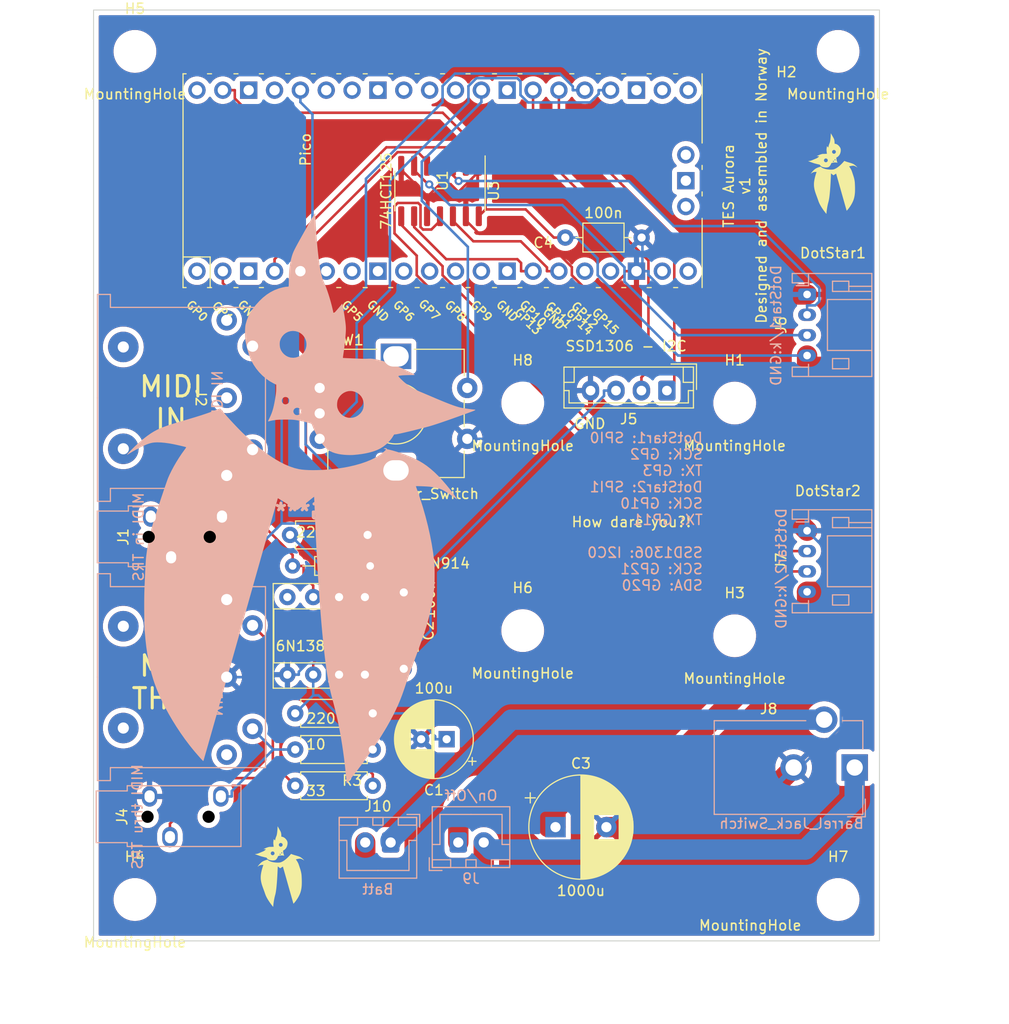
<source format=kicad_pcb>
(kicad_pcb (version 20211014) (generator pcbnew)
  (layers (0 "F.Cu" signal) (31 "B.Cu" signal) (34 "B.Paste" user) (35 "F.Paste" user) (36 "B.SilkS" user "B.Silkscreen") (37 "F.SilkS" user "F.Silkscreen") (38 "B.Mask" user) (39 "F.Mask" user) (44 "Edge.Cuts" user))
  (net 0 "")
  (net 1 "+3.3V")
  (net 2 "GND")
  (net 3 "+5V")
  (net 4 "Net-(D1-Pad1)")
  (net 5 "Net-(D1-Pad2)")
  (net 6 "Net-(J1-PadR)")
  (net 13 "Net-(J3-Pad4)")
  (net 14 "Net-(J3-Pad5)")
  (net 15 "Net-(U1-Pad26)")
  (net 16 "Net-(U1-Pad27)")
  (net 17 "Net-(J6-Pad2)")
  (net 18 "Net-(J6-Pad3)")
  (net 19 "Net-(J7-Pad2)")
  (net 20 "Net-(J7-Pad3)")
  (net 21 "Net-(J10-Pad2)")
  (net 22 "Net-(J10-Pad1)")
  (net 23 "Net-(U1-Pad2)")
  (net 24 "Net-(U1-Pad25)")
  (net 25 "Net-(U1-Pad24)")
  (net 26 "Net-(U1-Pad29)")
  (net 29 "Net-(U1-Pad4)")
  (net 30 "Net-(U1-Pad5)")
  (net 34 "Net-(U1-Pad15)")
  (net 35 "Net-(U1-Pad14)")
  (footprint "Resistor_THT:R_Axial_DIN0207_L6.3mm_D2.5mm_P7.62mm_Horizontal" (layer "F.Cu") (at 109.22 89.662)
    (fp_text reference "R2")
    (fp_text value "220")
  )
  (footprint "Resistor_THT:R_Axial_DIN0207_L6.3mm_D2.5mm_P7.62mm_Horizontal" (layer "F.Cu") (at 109.728 107.188)
    (fp_text reference "R1")
    (fp_text value "220")
  )
  (footprint "Capacitor_THT:C_Axial_L3.8mm_D2.6mm_P7.50mm_Horizontal" (layer "F.Cu") (at 120.396 95.31 -90)
    (fp_text reference "C2")
    (fp_text value "100n")
  )
  (footprint "Capacitor_THT:C_Axial_L3.8mm_D2.6mm_P7.50mm_Horizontal" (layer "F.Cu") (at 143.764 60.452 180)
    (fp_text reference "C4")
    (fp_text value "100n")
  )
  (footprint "Diode_THT:D_DO-34_SOD68_P7.62mm_Horizontal" (layer "F.Cu") (at 117.094 92.71 180)
    (fp_text reference "D1")
    (fp_text value "1N914")
  )
  (footprint "Resistor_THT:R_Axial_DIN0207_L6.3mm_D2.5mm_P7.62mm_Horizontal" (layer "F.Cu") (at 117.348 110.744 180)
    (fp_text reference "R4")
    (fp_text value "10")
  )
  (footprint "Resistor_THT:R_Axial_DIN0207_L6.3mm_D2.5mm_P7.62mm_Horizontal" (layer "F.Cu") (at 109.728 114.3)
    (fp_text reference "R3")
    (fp_text value "33")
  )
  (footprint "MountingHole:MountingHole_3.2mm_M3" (layer "F.Cu") (at 152.908 99.568)
    (fp_text reference "H3")
    (fp_text value "MountingHole")
  )
  (footprint "Package_DIP:DIP-8_W7.62mm_Socket" (layer "F.Cu") (at 116.576 95.768 -90)
    (fp_text reference "U2")
    (fp_text value "6N138")
  )
  (footprint "MountingHole:MountingHole_3.2mm_M3" (layer "F.Cu") (at 132.08 76.708)
    (fp_text reference "H8")
    (fp_text value "MountingHole")
  )
  (footprint "MountingHole:MountingHole_3.2mm_M3" (layer "F.Cu") (at 132.08 99.06)
    (fp_text reference "H6")
    (fp_text value "MountingHole")
  )
  (footprint "Rotary_Encoder:RotaryEncoder_Alps_EC12E-Switch_Vertical_H20mm" (layer "F.Cu") (at 112.13 75.224)
    (fp_text reference "SW1")
    (fp_text value "RotaryEncoder_Switch")
  )
  (footprint "MountingHole:MountingHole_3.2mm_M3" (layer "F.Cu") (at 163.068 125.476)
    (fp_text reference "H7")
    (fp_text value "MountingHole")
  )
  (footprint "MountingHole:MountingHole_3.2mm_M3" (layer "F.Cu") (at 163.068 42.164)
    (fp_text reference "H2")
    (fp_text value "MountingHole")
  )
  (footprint "Capacitor_THT:CP_Radial_D10.0mm_P5.00mm" (layer "F.Cu") (at 135.3003 118.364)
    (fp_text reference "C3")
    (fp_text value "1000u")
  )
  (footprint "kicad_TES_logo:owl_7x10" (layer "F.Cu") (at 108.204 122.428)
    (fp_text reference "G450" hide)
    (fp_text value "LOGO" hide)
  )
  (footprint "Capacitor_THT:CP_Radial_D7.5mm_P2.50mm" (layer "F.Cu") (at 124.6054 109.728 180)
    (fp_text reference "C1")
    (fp_text value "100u")
  )
  (footprint "MountingHole:MountingHole_3.2mm_M3" (layer "F.Cu") (at 152.908 76.708)
    (fp_text reference "H1")
    (fp_text value "MountingHole")
  )
  (footprint "Connector_JST:JST_EH_B4B-EH-A_1x04_P2.50mm_Vertical" (layer "F.Cu") (at 146.244 75.484 180)
    (fp_text reference "J5")
    (fp_text value "SSD1306 - I2C")
  )
  (footprint "kicad_TES_logo:owl_7x10" (layer "F.Cu") (at 162.56 54.356)
    (fp_text reference "G2200" hide)
    (fp_text value "LOGO" hide)
  )
  (footprint "MountingHole:MountingHole_3.2mm_M3" (layer "F.Cu") (at 93.98 125.476)
    (fp_text reference "H4")
    (fp_text value "MountingHole")
  )
  (footprint "MountingHole:MountingHole_3.2mm_M3" (layer "F.Cu") (at 93.98 42.164)
    (fp_text reference "H5")
    (fp_text value "MountingHole")
  )
  (footprint "Package_SO:SOIC-14_3.9x8.7mm_P1.27mm" (layer "F.Cu") (at 123.952 55.88 -90)
    (fp_text reference "U3")
    (fp_text value "74HCT125")
  )
  (footprint "MCU_RaspberryPi_and_Boards:RPi_Pico_TH" (layer "F.Cu") (at 124.206 54.864 90)
    (fp_text reference "U1")
    (fp_text value "Pico")
  )
  (footprint "Connector_JST:JST_PH_S4B-PH-K_1x04_P2.00mm_Horizontal" (layer "B.Cu") (at 160.02 66.04 -90)
    (fp_text reference "J6")
    (fp_text value "DotStar1/k:GND")
  )
  (footprint "Connector_JST:JST_PH_S4B-PH-K_1x04_P2.00mm_Horizontal" (layer "B.Cu") (at 160.02 89.25 -90)
    (fp_text reference "J7")
    (fp_text value "DotStar2/k:GND")
  )
  (footprint "MIDI_DIN5:DS-5 MIDI_Wide" (layer "B.Cu") (at 102.997 76.2 90)
    (fp_text reference "J2")
    (fp_text value "MIDI IN")
  )
  (footprint "kicad_TES_logo:owl_50x70" (layer "B.Cu") (at 110.236 87.376 180)
    (fp_text reference "G***")
    (fp_text value "LOGO" hide)
  )
  (footprint "MIDI_DIN5:DS-5 MIDI_Wide" (layer "B.Cu") (at 102.997 103.632 90)
    (fp_text reference "J3")
    (fp_text value "MIDI THRU")
  )
  (footprint "MIDI_TRS:PJ-320B" (layer "B.Cu") (at 93.22 117.348 -90)
    (fp_text reference "J4")
    (fp_text value "MIDI thru TRS")
  )
  (footprint "Connector_JST:JST_XH_B2B-XH-A_1x02_P2.50mm_Vertical" (layer "B.Cu") (at 125.75 119.871)
    (fp_text reference "J9")
    (fp_text value "On/Off")
  )
  (footprint "Connector_BarrelJack:BarrelJack_CUI_PJ-102AH_Horizontal" (layer "B.Cu") (at 164.696 112.51 90)
    (fp_text reference "J8")
    (fp_text value "Barrel_Jack_Switch")
  )
  (footprint "MIDI_TRS:PJ-320B" (layer "B.Cu") (at 93.333 89.8585 -90)
    (fp_text reference "J1")
    (fp_text value "MIDI in TRS")
  )
  (footprint "Connector_JST:JST_XH_B2B-XH-A_1x02_P2.50mm_Vertical" (layer "B.Cu") (at 119.106 119.871 180)
    (fp_text reference "J10")
    (fp_text value "Batt")
  )
  (gr_rect (start 89.916 38.1) (end 167.132 129.54) (layer "Edge.Cuts") (width 0.1) (fill none))
  (gr_text "DotStar1: SPI0\nSCK: GP2\nTX: GP3\nDotStar2: SPI1\nSCK: GP10\nTX: GP11\n\nSSD1306: I2C0\nSCK: GP21\nSDA: GP20\n" (at 149.86 87.376) (layer "B.SilkS") (effects (font (size 1 1)) (justify left mirror)))
  (gr_text "How dare you?!" (at 142.748 88.392) (layer "F.SilkS") (effects (font (size 1 1))))
  (gr_text "TES Aurora\nv1\nDesigned and assembled in Norway" (at 153.924 55.372 90) (layer "F.SilkS") (effects (font (size 1 1))))
  (gr_text "MIDI\nTHRU" (at 97.536 104.14) (layer "F.SilkS") (effects (font (size 2 2) (thickness 0.3))))
  (gr_text "MIDI\nIN" (at 97.536 76.708) (layer "F.SilkS") (effects (font (size 2 2) (thickness 0.3))))
  (gr_text "GND" (at 138.684 78.74) (layer "F.SilkS") (effects (font (size 1 1))))
  (gr_text "DotStar2" (at 162.052 85.344) (layer "F.SilkS") (effects (font (size 1 1))))
  (gr_text "DotStar1" (at 162.56 61.976) (layer "F.SilkS") (effects (font (size 1 1))))
  (segment (start 117.348 107.188) (end 117.348 108.3133) (width 0.25) (layer "F.Cu") (net 1))
  (segment (start 116.2227 109.4386) (end 117.348 108.3133) (width 0.25) (layer "F.Cu") (net 1))
  (segment (start 117.348 114.3) (end 117.348 113.1747) (width 0.25) (layer "F.Cu") (net 1))
  (segment (start 117.348 113.1747) (end 116.2227 112.0494) (width 0.25) (layer "F.Cu") (net 1))
  (segment (start 116.2227 112.0494) (end 116.2227 109.4386) (width 0.25) (layer "F.Cu") (net 1))
  (segment (start 123.0184 99.0623) (end 120.396 101.6847) (width 0.25) (layer "B.Cu") (net 1))
  (segment (start 110.7453 80.7754) (end 123.0184 93.0485) (width 0.25) (layer "B.Cu") (net 1))
  (segment (start 140.0687 75.9982) (end 140.0687 75.484) (width 0.25) (layer "B.Cu") (net 1))
  (segment (start 123.4801 109.728) (end 123.4801 109.4467) (width 0.25) (layer "B.Cu") (net 1))
  (segment (start 123.4801 109.4467) (end 121.2214 107.188) (width 0.25) (layer "B.Cu") (net 1))
  (segment (start 117.7013 103.388) (end 118.2793 102.81) (width 0.25) (layer "B.Cu") (net 1))
  (segment (start 110.236 45.974) (end 110.236 47.1493) (width 0.25) (layer "B.Cu") (net 1))
  (segment (start 141.244 75.484) (end 140.0687 75.484) (width 0.25) (layer "B.Cu") (net 1))
  (segment (start 116.576 103.388) (end 116.8072 103.388) (width 0.25) (layer "B.Cu") (net 1))
  (segment (start 123.0184 93.0485) (end 140.0687 75.9982) (width 0.25) (layer "B.Cu") (net 1))
  (segment (start 123.0184 93.0485) (end 123.0184 99.0623) (width 0.25) (layer "B.Cu") (net 1))
  (segment (start 124.6054 109.728) (end 123.4801 109.728) (width 0.25) (layer "B.Cu") (net 1))
  (segment (start 120.396 102.81) (end 120.396 101.6847) (width 0.25) (layer "B.Cu") (net 1))
  (segment (start 116.8072 103.388) (end 117.7013 103.388) (width 0.25) (layer "B.Cu") (net 1))
  (segment (start 116.8072 105.5219) (end 117.348 106.0627) (width 0.25) (layer "B.Cu") (net 1))
  (segment (start 117.348 107.188) (end 117.348 106.0627) (width 0.25) (layer "B.Cu") (net 1))
  (segment (start 121.2214 107.188) (end 117.348 107.188) (width 0.25) (layer "B.Cu") (net 1))
  (segment (start 111.4204 48.3337) (end 111.4204 68.7481) (width 0.25) (layer "B.Cu") (net 1))
  (segment (start 116.8072 103.388) (end 116.8072 105.5219) (width 0.25) (layer "B.Cu") (net 1))
  (segment (start 110.236 47.1493) (end 111.4204 48.3337) (width 0.25) (layer "B.Cu") (net 1))
  (segment (start 118.2793 102.81) (end 120.396 102.81) (width 0.25) (layer "B.Cu") (net 1))
  (segment (start 111.4204 68.7481) (end 110.7453 69.4232) (width 0.25) (layer "B.Cu") (net 1))
  (segment (start 110.7453 69.4232) (end 110.7453 80.7754) (width 0.25) (layer "B.Cu") (net 1))
  (segment (start 126.492 58.355) (end 126.492 56.6967) (width 0.25) (layer "F.Cu") (net 2))
  (segment (start 126.492 56.6967) (end 125.7663 55.971) (width 0.25) (layer "F.Cu") (net 2))
  (segment (start 138.744 75.484) (end 138.744 67.4456) (width 0.25) (layer "F.Cu") (net 2))
  (segment (start 122.5772 56.2337) (end 122.682 56.2337) (width 0.25) (layer "F.Cu") (net 2))
  (segment (start 127.762 53.9753) (end 127.762 53.405) (width 0.25) (layer "F.Cu") (net 2))
  (segment (start 138.744 67.4456) (end 139.4722 66.7174) (width 0.25) (layer "F.Cu") (net 2))
  (segment (start 136.906 64.1512) (end 136.906 63.3545) (width 0.25) (layer "F.Cu") (net 2))
  (segment (start 125.7663 55.971) (end 124.992 55.1967) (width 0.25) (layer "F.Cu") (net 2))
  (segment (start 120.396 86.458) (end 126.63 80.224) (width 0.25) (layer "F.Cu") (net 2))
  (segment (start 124.992 55.1967) (end 123.952 55.1967) (width 0.25) (layer "F.Cu") (net 2))
  (segment (start 142.0807 63.754) (end 142.0807 64.1089) (width 0.25) (layer "F.Cu") (net 2))
  (segment (start 122.915 56.2337) (end 123.952 55.1967) (width 0.25) (layer "F.Cu") (net 2))
  (segment (start 133.6412 60.0897) (end 127.8177 60.0897) (width 0.25) (layer "F.Cu") (net 2))
  (segment (start 122.682 56.2337) (end 122.682 58.355) (width 0.25) (layer "F.Cu") (net 2))
  (segment (start 117.486 83.08) (end 112.13 77.724) (width 0.25) (layer "F.Cu") (net 2))
  (segment (start 160.02 66.04) (end 157.48 66.04) (width 2) (layer "F.Cu") (net 2))
  (segment (start 136.906 63.3545) (end 133.6412 60.0897) (width 0.25) (layer "F.Cu") (net 2))
  (segment (start 119.5396 86.458) (end 117.486 84.4044) (width 0.25) (layer "F.Cu") (net 2))
  (segment (start 120.142 53.7985) (end 122.5772 56.2337) (width 0.25) (layer "F.Cu") (net 2))
  (segment (start 152.842 118.364) (end 158.696 112.51) (width 2) (layer "F.Cu") (net 2))
  (segment (start 123.952 55.1967) (end 123.952 53.405) (width 0.25) (layer "F.Cu") (net 2))
  (segment (start 139.4722 66.7174) (end 136.906 64.1512) (width 0.25) (layer "F.Cu") (net 2))
  (segment (start 127.8177 60.0897) (end 126.492 58.764) (width 0.25) (layer "F.Cu") (net 2))
  (segment (start 140.3003 118.364) (end 152.842 118.364) (width 2) (layer "F.Cu") (net 2))
  (segment (start 122.682 56.2337) (end 122.915 56.2337) (width 0.25) (layer "F.Cu") (net 2))
  (segment (start 140.3 118.364) (end 140.3003 118.364) (width 2) (layer "F.Cu") (net 2))
  (segment (start 157.48 66.04) (end 156.972 66.548) (width 2) (layer "F.Cu") (net 2))
  (segment (start 143.256 63.754) (end 142.0807 63.754) (width 0.25) (layer "F.Cu") (net 2))
  (segment (start 102.997 103.632) (end 95.42 111.209) (width 0.25) (layer "F.Cu") (net 2))
  (segment (start 120.396 86.458) (end 119.5396 86.458) (width 0.25) (layer "F.Cu") (net 2))
  (segment (start 126.492 58.764) (end 126.492 58.355) (width 0.25) (layer "F.Cu") (net 2))
  (segment (start 156.972 86.202) (end 160.02 89.25) (width 2) (layer "F.Cu") (net 2))
  (segment (start 156.972 66.548) (end 156.972 86.202) (width 2) (layer "F.Cu") (net 2))
  (segment (start 120.142 53.405) (end 120.142 53.7985) (width 0.25) (layer "F.Cu") (net 2))
  (segment (start 125.7663 55.971) (end 127.762 53.9753) (width 0.25) (layer "F.Cu") (net 2))
  (segment (start 117.486 84.4044) (end 117.486 83.08) (width 0.25) (layer "F.Cu") (net 2))
  (segment (start 142.0807 64.1089) (end 139.4722 66.7174) (width 0.25) (layer "F.Cu") (net 2))
  (segment (start 95.42 111.209) (end 95.42 115.348) (width 0.25) (layer "F.Cu") (net 2))
  (segment (start 120.396 86.458) (end 120.396 95.31) (width 0.25) (layer "F.Cu") (net 2))
  (segment (start 159.3427 112.51) (end 163.3418 108.5109) (width 0.25) (layer "B.Cu") (net 2))
  (segment (start 137.5687 75.484) (end 132.8287 80.224) (width 0.25) (layer "B.Cu") (net 2))
  (segment (start 138.744 75.484) (end 137.5687 75.484) (width 0.25) (layer "B.Cu") (net 2))
  (segment (start 160.02 66.04) (end 146.35 66.04) (width 0.25) (layer "B.Cu") (net 2))
  (segment (start 118.1952 109.728) (end 122.1054 109.728) (width 0.25) (layer "B.Cu") (net 2))
  (segment (start 112.8507 102.2627) (end 112.8507 104.3835) (width 0.25) (layer "B.Cu") (net 2))
  (segment (start 132.8287 80.224) (end 126.63 80.224) (width 0.25) (layer "B.Cu") (net 2))
  (segment (start 113.4433 102.2627) (end 112.8507 102.2627) (width 0.25) (layer "B.Cu") (net 2))
  (segment (start 102.997 103.632) (end 107.5867 103.632) (width 0.25) (layer "B.Cu") (net 2))
  (segment (start 108.956 103.388) (end 107.8307 103.388) (width 0.25) (layer "B.Cu") (net 2))
  (segment (start 120.396 95.31) (end 113.4433 102.2627) (width 0.25) (layer "B.Cu") (net 2))
  (segment (start 146.35 66.04) (end 144.4313 64.1213) (width 0.25) (layer "B.Cu") (net 2))
  (segment (start 163.3418 92.5718) (end 160.02 89.25) (width 0.25) (layer "B.Cu") (net 2))
  (segment (start 110.9252 102.2627) (end 110.0813 103.1066) (width 0.25) (layer "B.Cu") (net 2))
  (segment (start 112.8507 104.3835) (end 118.1952 109.728) (width 0.25) (layer "B.Cu") (net 2))
  (segment (start 107.5867 103.632) (end 107.8307 103.388) (width 0.25) (layer "B.Cu") (net 2))
  (segment (start 143.8437 63.754) (end 144.4313 63.754) (width 0.25) (layer "B.Cu") (net 2))
  (segment (start 163.3418 108.5109) (end 163.3418 92.5718) (width 0.25) (layer "B.Cu") (net 2))
  (segment (start 108.956 103.388) (end 110.0813 103.388) (width 0.25) (layer "B.Cu") (net 2))
  (segment (start 143.8437 63.754) (end 143.8437 60.5317) (width 0.25) (layer "B.Cu") (net 2))
  (segment (start 143.256 63.754) (end 143.8437 63.754) (width 0.25) (layer "B.Cu") (net 2))
  (segment (start 110.0813 103.1066) (end 110.0813 103.388) (width 0.25) (layer "B.Cu") (net 2))
  (segment (start 112.8507 102.2627) (end 110.9252 102.2627) (width 0.25) (layer "B.Cu") (net 2))
  (segment (start 143.8437 60.5317) (end 143.764 60.452) (width 0.25) (layer "B.Cu") (net 2))
  (segment (start 158.696 112.51) (end 159.3427 112.51) (width 0.25) (layer "B.Cu") (net 2))
  (segment (start 144.4313 64.1213) (end 144.4313 63.754) (width 0.25) (layer "B.Cu") (net 2))
  (segment (start 164.084 73.152) (end 164.592 73.66) (width 2) (layer "F.Cu") (net 3))
  (segment (start 128.4299 52.3993) (end 128.4299 57.6871) (width 0.25) (layer "F.Cu") (net 3))
  (segment (start 160.02 72.04) (end 160.02 73.152) (width 2) (layer "F.Cu") (net 3))
  (segment (start 139.192 112.776) (end 135.3 116.668) (width 2) (layer "F.Cu") (net 3))
  (segment (start 128.4299 57.6871) (end 127.762 58.355) (width 0.25) (layer "F.Cu") (net 3))
  (segment (start 162.814 95.25) (end 160.02 95.25) (width 2) (layer "F.Cu") (net 3))
  (segment (start 102.616 45.974) (end 103.7913 45.974) (width 0.25) (layer "F.Cu") (net 3))
  (segment (start 105.2006 48.1914) (end 124.222 48.1914) (width 0.25) (layer "F.Cu") (net 3))
  (segment (start 131.064 114.808) (end 127.508 114.808) (width 2) (layer "F.Cu") (net 3))
  (segment (start 160.02 73.152) (end 164.084 73.152) (width 2) (layer "F.Cu") (net 3))
  (segment (start 160.02 95.25) (end 160.02 98.552) (width 2) (layer "F.Cu") (net 3))
  (segment (start 135.1387 60.452) (end 132.3738 57.6871) (width 0.25) (layer "F.Cu") (net 3))
  (segment (start 134.62 118.364) (end 131.064 114.808) (width 2) (layer "F.Cu") (net 3))
  (segment (start 160.02 98.552) (end 145.796 112.776) (width 2) (layer "F.Cu") (net 3))
  (segment (start 164.592 73.66) (end 164.592 93.472) (width 2) (layer "F.Cu") (net 3))
  (segment (start 135.3 117.516) (end 135.3003 117.5163) (width 0.25) (layer "F.Cu") (net 3))
  (segment (start 135.3003 117.5163) (end 135.3003 118.364) (width 0.25) (layer "F.Cu") (net 3))
  (segment (start 135.3 116.668) (end 135.3 117.516) (width 2) (layer "F.Cu") (net 3))
  (segment (start 135.3 117.516) (end 135.3 118.364) (width 2) (layer "F.Cu") (net 3))
  (segment (start 145.796 112.776) (end 139.192 112.776) (width 2) (layer "F.Cu") (net 3))
  (segment (start 135.3 118.364) (end 134.62 118.364) (width 2) (layer "F.Cu") (net 3))
  (segment (start 136.264 60.452) (end 135.1387 60.452) (width 0.25) (layer "F.Cu") (net 3))
  (segment (start 125.75 116.566) (end 125.75 119.871) (width 2) (layer "F.Cu") (net 3))
  (segment (start 103.7913 46.7821) (end 105.2006 48.1914) (width 0.25) (layer "F.Cu") (net 3))
  (segment (start 124.222 48.1914) (end 128.4299 52.3993) (width 0.25) (layer "F.Cu") (net 3))
  (segment (start 164.592 93.472) (end 162.814 95.25) (width 2) (layer "F.Cu") (net 3))
  (segment (start 103.7913 45.974) (end 103.7913 46.7821) (width 0.25) (layer "F.Cu") (net 3))
  (segment (start 132.3738 57.6871) (end 128.4299 57.6871) (width 0.25) (layer "F.Cu") (net 3))
  (segment (start 127.508 114.808) (end 125.75 116.566) (width 2) (layer "F.Cu") (net 3))
  (segment (start 136.264 60.452) (end 137.3893 60.452) (width 0.25) (layer "B.Cu") (net 3))
  (segment (start 147.3378 72.04) (end 139.446 64.1482) (width 0.25) (layer "B.Cu") (net 3))
  (segment (start 139.446 64.1482) (end 139.446 62.5087) (width 0.25) (layer "B.Cu") (net 3))
  (segment (start 139.446 62.5087) (end 137.3893 60.452) (width 0.25) (layer "B.Cu") (net 3))
  (segment (start 160.02 72.04) (end 147.3378 72.04) (width 0.25) (layer "B.Cu") (net 3))
  (segment (start 117.094 92.71) (end 116.5564 92.71) (width 0.25) (layer "B.Cu") (net 4))
  (segment (start 112.268 92.71) (end 109.22 89.662) (width 0.25) (layer "B.Cu") (net 4))
  (segment (start 114.036 92.71) (end 112.268 92.71) (width 0.25) (layer "B.Cu") (net 4))
  (segment (start 114.036 95.768) (end 114.036 94.6427) (width 0.25) (layer "B.Cu") (net 4))
  (segment (start 116.5564 92.71) (end 114.036 92.71) (width 0.25) (layer "B.Cu") (net 4))
  (segment (start 114.036 94.6427) (end 114.036 92.71) (width 0.25) (layer "B.Cu") (net 4))
  (segment (start 110.5493 93.696) (end 110.5493 92.71) (width 0.25) (layer "F.Cu") (net 5))
  (segment (start 102.533 87.8585) (end 103.6083 87.8585) (width 0.25) (layer "F.Cu") (net 5))
  (segment (start 103.6083 87.8585) (end 104.0727 87.3941) (width 0.25) (layer "F.Cu") (net 5))
  (segment (start 109.474 92.71) (end 109.474 91.6347) (width 0.25) (layer "F.Cu") (net 5))
  (segment (start 105.537 81.28) (end 105.537 87.0905) (width 0.25) (layer "F.Cu") (net 5))
  (segment (start 105.537 87.0905) (end 105.2334 87.3941) (width 0.25) (layer "F.Cu") (net 5))
  (segment (start 105.2334 87.3941) (end 109.474 91.6347) (width 0.25) (layer "F.Cu") (net 5))
  (segment (start 104.0727 87.3941) (end 105.2334 87.3941) (width 0.25) (layer "F.Cu") (net 5))
  (segment (start 111.496 95.768) (end 111.496 94.6427) (width 0.25) (layer "F.Cu") (net 5))
  (segment (start 109.474 92.71) (end 110.5493 92.71) (width 0.25) (layer "F.Cu") (net 5))
  (segment (start 111.496 94.6427) (end 110.5493 93.696) (width 0.25) (layer "F.Cu") (net 5))
  (segment (start 105.537 71.12) (end 108.3989 73.9819) (width 0.25) (layer "B.Cu") (net 6))
  (segment (start 114.5894 88.5367) (end 115.7147 89.662) (width 0.25) (layer "B.Cu") (net 6))
  (segment (start 116.84 89.662) (end 115.7147 89.662) (width 0.25) (layer "B.Cu") (net 6))
  (segment (start 97.533 91.8585) (end 105.0771 91.8585) (width 0.25) (layer "B.Cu") (net 6))
  (segment (start 108.3989 73.9819) (end 108.3989 88.5367) (width 0.25) (layer "B.Cu") (net 6))
  (segment (start 105.0771 91.8585) (end 108.3989 88.5367) (width 0.25) (layer "B.Cu") (net 6))
  (segment (start 108.3989 88.5367) (end 114.5894 88.5367) (width 0.25) (layer "B.Cu") (net 6))
  (segment (start 105.537 98.552) (end 107.5273 100.5423) (width 0.25) (layer "F.Cu") (net 13))
  (segment (start 107.5273 112.0993) (end 109.728 114.3) (width 0.25) (layer "F.Cu") (net 13))
  (segment (start 101.8938 113.5489) (end 106.0777 113.5489) (width 0.25) (layer "F.Cu") (net 13))
  (segment (start 106.0777 113.5489) (end 107.5273 112.0993) (width 0.25) (layer "F.Cu") (net 13))
  (segment (start 97.42 119.348) (end 97.42 118.0227) (width 0.25) (layer "F.Cu") (net 13))
  (segment (start 97.42 118.0227) (end 101.8938 113.5489) (width 0.25) (layer "F.Cu") (net 13))
  (segment (start 107.5273 100.5423) (end 107.5273 112.0993) (width 0.25) (layer "F.Cu") (net 13))
  (segment (start 109.728 110.744) (end 108.6027 110.744) (width 0.25) (layer "B.Cu") (net 14))
  (segment (start 107.569 110.744) (end 108.6027 110.744) (width 0.25) (layer "B.Cu") (net 14))
  (segment (start 103.4953 115.348) (end 103.4953 114.8177) (width 0.25) (layer "B.Cu") (net 14))
  (segment (start 103.4953 114.8177) (end 107.569 110.744) (width 0.25) (layer "B.Cu") (net 14))
  (segment (start 102.42 115.348) (end 103.4953 115.348) (width 0.25) (layer "B.Cu") (net 14))
  (segment (start 105.537 108.712) (end 107.569 110.744) (width 0.25) (layer "B.Cu") (net 14))
  (segment (start 146.9728 60.3893) (end 135.636 49.0525) (width 0.25) (layer "F.Cu") (net 15))
  (segment (start 146.9728 74.7552) (end 146.9728 60.3893) (width 0.25) (layer "F.Cu") (net 15))
  (segment (start 146.244 75.484) (end 146.9728 74.7552) (width 0.25) (layer "F.Cu") (net 15))
  (segment (start 135.636 49.0525) (end 135.636 45.974) (width 0.25) (layer "F.Cu") (net 15))
  (segment (start 133.096 45.974) (end 133.096 51.3754) (width 0.25) (layer "F.Cu") (net 16))
  (segment (start 133.096 51.3754) (end 144.4313 62.7107) (width 0.25) (layer "F.Cu") (net 16))
  (segment (start 143.744 75.484) (end 143.744 74.1837) (width 0.25) (layer "F.Cu") (net 16))
  (segment (start 144.4313 73.4964) (end 143.744 74.1837) (width 0.25) (layer "F.Cu") (net 16))
  (segment (start 144.4313 62.7107) (end 144.4313 73.4964) (width 0.25) (layer "F.Cu") (net 16))
  (segment (start 125.7836 54.8957) (end 125.222 54.3341) (width 0.25) (layer "F.Cu") (net 17))
  (segment (start 125.222 54.3341) (end 125.222 53.405) (width 0.25) (layer "F.Cu") (net 17))
  (via (at 125.7836 54.8957) (size 0.8) (drill 0.4) (layers "F.Cu" "B.Cu") (net 17))
  (segment (start 146.9306 59.3266) (end 142.4997 54.8957) (width 0.25) (layer "B.Cu") (net 17))
  (segment (start 160.02 67.1147) (end 160.8296 67.1147) (width 0.25) (layer "B.Cu") (net 17))
  (segment (start 160.02 68.04) (end 160.02 67.1147) (width 0.25) (layer "B.Cu") (net 17))
  (segment (start 160.8296 67.1147) (end 161.224 66.7203) (width 0.25) (layer "B.Cu") (net 17))
  (segment (start 155.149 59.3266) (end 146.9306 59.3266) (width 0.25) (layer "B.Cu") (net 17))
  (segment (start 161.224 66.7203) (end 161.224 65.4016) (width 0.25) (layer "B.Cu") (net 17))
  (segment (start 161.224 65.4016) (end 155.149 59.3266) (width 0.25) (layer "B.Cu") (net 17))
  (segment (start 142.4997 54.8957) (end 125.7836 54.8957) (width 0.25) (layer "B.Cu") (net 17))
  (segment (start 122.8947 55.2282) (end 122.7958 55.2282) (width 0.25) (layer "F.Cu") (net 18))
  (segment (start 122.7958 55.2282) (end 121.412 53.8444) (width 0.25) (layer "F.Cu") (net 18))
  (segment (start 121.412 53.8444) (end 121.412 53.405) (width 0.25) (layer "F.Cu") (net 18))
  (via (at 122.8947 55.2282) (size 0.8) (drill 0.4) (layers "F.Cu" "B.Cu") (net 18))
  (segment (start 147.3446 70.04) (end 142.0806 64.776) (width 0.25) (layer "B.Cu") (net 18))
  (segment (start 160.02 70.04) (end 147.3446 70.04) (width 0.25) (layer "B.Cu") (net 18))
  (segment (start 142.0806 63.3688) (end 135.9698 57.258) (width 0.25) (layer "B.Cu") (net 18))
  (segment (start 142.0806 64.776) (end 142.0806 63.3688) (width 0.25) (layer "B.Cu") (net 18))
  (segment (start 124.9245 57.258) (end 122.8947 55.2282) (width 0.25) (layer "B.Cu") (net 18))
  (segment (start 135.9698 57.258) (end 124.9245 57.258) (width 0.25) (layer "B.Cu") (net 18))
  (segment (start 151.3061 91.25) (end 124.206 64.1499) (width 0.25) (layer "F.Cu") (net 19))
  (segment (start 120.142 59.2002) (end 120.142 58.355) (width 0.25) (layer "F.Cu") (net 19))
  (segment (start 160.02 91.25) (end 151.3061 91.25) (width 0.25) (layer "F.Cu") (net 19))
  (segment (start 124.206 64.1499) (end 124.206 63.2642) (width 0.25) (layer "F.Cu") (net 19))
  (segment (start 124.206 63.2642) (end 120.142 59.2002) (width 0.25) (layer "F.Cu") (net 19))
  (segment (start 121.8127 57.054) (end 122.0379 57.2792) (width 0.25) (layer "F.Cu") (net 20))
  (segment (start 124.5177 66.2735) (end 123.7907 66.2735) (width 0.25) (layer "F.Cu") (net 20))
  (segment (start 122.2885 59.6641) (end 123.1007 59.6641) (width 0.25) (layer "F.Cu") (net 20))
  (segment (start 122.0379 57.2792) (end 122.0379 59.4135) (width 0.25) (layer "F.Cu") (net 20))
  (segment (start 119.485 60.0478) (end 119.485 57.3637) (width 0.25) (layer "F.Cu") (net 20))
  (segment (start 122.0379 59.4135) (end 122.2885 59.6641) (width 0.25) (layer "F.Cu") (net 20))
  (segment (start 121.666 64.1488) (end 121.666 62.2288) (width 0.25) (layer "F.Cu") (net 20))
  (segment (start 123.1007 59.6641) (end 123.952 58.8128) (width 0.25) (layer "F.Cu") (net 20))
  (segment (start 119.485 57.3637) (end 119.7947 57.054) (width 0.25) (layer "F.Cu") (net 20))
  (segment (start 123.952 58.8128) (end 123.952 58.355) (width 0.25) (layer "F.Cu") (net 20))
  (segment (start 119.7947 57.054) (end 121.8127 57.054) (width 0.25) (layer "F.Cu") (net 20))
  (segment (start 160.02 93.25) (end 151.4942 93.25) (width 0.25) (layer "F.Cu") (net 20))
  (segment (start 121.666 62.2288) (end 119.485 60.0478) (width 0.25) (layer "F.Cu") (net 20))
  (segment (start 151.4942 93.25) (end 124.5177 66.2735) (width 0.25) (layer "F.Cu") (net 20))
  (segment (start 123.7907 66.2735) (end 121.666 64.1488) (width 0.25) (layer "F.Cu") (net 20))
  (segment (start 116.606 125.71) (end 125.75 125.71) (width 2) (layer "F.Cu") (net 21))
  (segment (start 116.606 119.871) (end 116.606 125.71) (width 2) (layer "F.Cu") (net 21))
  (segment (start 128.25 123.21) (end 128.25 119.871) (width 2) (layer "F.Cu") (net 21))
  (segment (start 125.75 125.71) (end 128.25 123.21) (width 2) (layer "F.Cu") (net 21))
  (segment (start 164.696 115.72) (end 164.696 112.51) (width 2) (layer "B.Cu") (net 21))
  (segment (start 159.852 120.564) (end 164.696 115.72) (width 2) (layer "B.Cu") (net 21))
  (segment (start 128.25 119.871) (end 128.943 120.564) (width 2) (layer "B.Cu") (net 21))
  (segment (start 128.943 120.564) (end 159.852 120.564) (width 2) (layer "B.Cu") (net 21))
  (segment (start 161.696 107.81) (end 130.95 107.81) (width 2) (layer "B.Cu") (net 22))
  (segment (start 130.95 107.81) (end 119.106 119.654) (width 2) (layer "B.Cu") (net 22))
  (segment (start 119.106 119.654) (end 119.106 119.871) (width 2) (layer "B.Cu") (net 22))
  (segment (start 112.6213 87.7516) (end 112.6213 101.1374) (width 0.25) (layer "F.Cu") (net 23))
  (segment (start 111.496 103.388) (end 111.496 102.2627) (width 0.25) (layer "F.Cu") (net 23))
  (segment (start 110.7744 73.0877) (end 110.7744 85.9047) (width 0.25) (layer "F.Cu") (net 23))
  (segment (start 102.616 64.9293) (end 110.7744 73.0877) (width 0.25) (layer "F.Cu") (net 23))
  (segment (start 112.6213 101.1374) (end 111.496 102.2627) (width 0.25) (layer "F.Cu") (net 23))
  (segment (start 110.7744 85.9047) (end 112.6213 87.7516) (width 0.25) (layer "F.Cu") (net 23))
  (segment (start 102.616 63.754) (end 102.616 64.9293) (width 0.25) (layer "F.Cu") (net 23))
  (segment (start 111.496 105.42) (end 112.024 105.42) (width 0.25) (layer "B.Cu") (net 23))
  (segment (start 111.496 105.42) (end 109.728 107.188) (width 0.25) (layer "B.Cu") (net 23))
  (segment (start 112.024 105.42) (end 117.348 110.744) (width 0.25) (layer "B.Cu") (net 23))
  (segment (start 111.496 103.388) (end 111.496 105.42) (width 0.25) (layer "B.Cu") (net 23))
  (segment (start 112.13 69.9115) (end 112.13 75.224) (width 0.25) (layer "B.Cu") (net 24))
  (segment (start 116.6806 54.6748) (end 116.6806 65.3609) (width 0.25) (layer "B.Cu") (net 24))
  (segment (start 137.0007 45.6067) (end 135.7387 44.3447) (width 0.25) (layer "B.Cu") (net 24))
  (segment (start 125.4263 44.3447) (end 124.206 45.565) (width 0.25) (layer "B.Cu") (net 24))
  (segment (start 138.176 45.974) (end 137.0007 45.974) (width 0.25) (layer "B.Cu") (net 24))
  (segment (start 137.0007 45.974) (end 137.0007 45.6067) (width 0.25) (layer "B.Cu") (net 24))
  (segment (start 116.6806 65.3609) (end 112.13 69.9115) (width 0.25) (layer "B.Cu") (net 24))
  (segment (start 135.7387 44.3447) (end 125.4263 44.3447) (width 0.25) (layer "B.Cu") (net 24))
  (segment (start 124.206 47.1494) (end 116.6806 54.6748) (width 0.25) (layer "B.Cu") (net 24))
  (segment (start 124.206 45.565) (end 124.206 47.1494) (width 0.25) (layer "B.Cu") (net 24))
  (segment (start 131.861 46.4473) (end 131.861 45.1048) (width 0.25) (layer "B.Cu") (net 25))
  (segment (start 139.5407 46.3413) (end 138.7033 47.1787) (width 0.25) (layer "B.Cu") (net 25))
  (segment (start 139.5407 45.974) (end 139.5407 46.3413) (width 0.25) (layer "B.Cu") (net 25))
  (segment (start 119.0314 65.5757) (end 115.7658 68.8413) (width 0.25) (layer "B.Cu") (net 25))
  (segment (start 126.746 45.5769) (end 126.746 47.1494) (width 0.25) (layer "B.Cu") (net 25))
  (segment (start 132.5924 47.1787) (end 131.861 46.4473) (width 0.25) (layer "B.Cu") (net 25))
  (segment (start 115.7658 76.5882) (end 112.13 80.224) (width 0.25) (layer "B.Cu") (net 25))
  (segment (start 119.0314 54.864) (end 119.0314 65.5757) (width 0.25) (layer "B.Cu") (net 25))
  (segment (start 126.746 47.1494) (end 119.0314 54.864) (width 0.25) (layer "B.Cu") (net 25))
  (segment (start 115.7658 68.8413) (end 115.7658 76.5882) (width 0.25) (layer "B.Cu") (net 25))
  (segment (start 127.5279 44.795) (end 126.746 45.5769) (width 0.25) (layer "B.Cu") (net 25))
  (segment (start 138.7033 47.1787) (end 132.5924 47.1787) (width 0.25) (layer "B.Cu") (net 25))
  (segment (start 131.861 45.1048) (end 131.5512 44.795) (width 0.25) (layer "B.Cu") (net 25))
  (segment (start 140.716 45.974) (end 139.5407 45.974) (width 0.25) (layer "B.Cu") (net 25))
  (segment (start 131.5512 44.795) (end 127.5279 44.795) (width 0.25) (layer "B.Cu") (net 25))
  (segment (start 128.016 45.974) (end 128.016 47.1493) (width 0.25) (layer "B.Cu") (net 26))
  (segment (start 126.63 75.224) (end 126.688 75.166) (width 0.25) (layer "B.Cu") (net 26))
  (segment (start 122.1667 52.9986) (end 128.016 47.1493) (width 0.25) (layer "B.Cu") (net 26))
  (segment (start 126.688 61.3628) (end 122.1667 56.8415) (width 0.25) (layer "B.Cu") (net 26))
  (segment (start 122.1667 56.8415) (end 122.1667 52.9986) (width 0.25) (layer "B.Cu") (net 26))
  (segment (start 126.688 75.166) (end 126.688 61.3628) (width 0.25) (layer "B.Cu") (net 26))
  (segment (start 126.492 53.0259) (end 126.492 53.405) (width 0.25) (layer "F.Cu") (net 29))
  (segment (start 107.696 63.754) (end 107.696 62.5787) (width 0.25) (layer "F.Cu") (net 29))
  (segment (start 118.6877 51.587) (end 125.0531 51.587) (width 0.25) (layer "F.Cu") (net 29))
  (segment (start 125.0531 51.587) (end 126.492 53.0259) (width 0.25) (layer "F.Cu") (net 29))
  (segment (start 107.696 62.5787) (end 118.6877 51.587) (width 0.25) (layer "F.Cu") (net 29))
  (segment (start 110.236 63.754) (end 110.236 62.5787) (width 0.25) (layer "F.Cu") (net 30))
  (segment (start 122.682 52.9708) (end 121.7749 52.0637) (width 0.25) (layer "F.Cu") (net 30))
  (segment (start 119.7754 52.0637) (end 110.236 61.6031) (width 0.25) (layer "F.Cu") (net 30))
  (segment (start 121.7749 52.0637) (end 119.7754 52.0637) (width 0.25) (layer "F.Cu") (net 30))
  (segment (start 110.236 61.6031) (end 110.236 62.5787) (width 0.25) (layer "F.Cu") (net 30))
  (segment (start 122.682 53.405) (end 122.682 52.9708) (width 0.25) (layer "F.Cu") (net 30))
  (segment (start 125.222 58.8099) (end 125.222 58.355) (width 0.25) (layer "F.Cu") (net 34))
  (segment (start 134.4607 63.3867) (end 131.8927 60.8187) (width 0.25) (layer "F.Cu") (net 34))
  (segment (start 131.8927 60.8187) (end 127.2308 60.8187) (width 0.25) (layer "F.Cu") (net 34))
  (segment (start 135.636 63.754) (end 134.4607 63.754) (width 0.25) (layer "F.Cu") (net 34))
  (segment (start 127.2308 60.8187) (end 125.222 58.8099) (width 0.25) (layer "F.Cu") (net 34))
  (segment (start 134.4607 63.754) (end 134.4607 63.3867) (width 0.25) (layer "F.Cu") (net 34))
  (segment (start 121.412 58.355) (end 121.412 59.4245) (width 0.25) (layer "F.Cu") (net 35))
  (segment (start 131.9207 62.9459) (end 131.9207 63.754) (width 0.25) (layer "F.Cu") (net 35))
  (segment (start 121.412 59.4245) (end 124.5662 62.5787) (width 0.25) (layer "F.Cu") (net 35))
  (segment (start 124.5662 62.5787) (end 131.5535 62.5787) (width 0.25) (layer "F.Cu") (net 35))
  (segment (start 131.5535 62.5787) (end 131.9207 62.9459) (width 0.25) (layer "F.Cu") (net 35))
  (segment (start 133.096 63.754) (end 131.9207 63.754) (width 0.25) (layer "F.Cu") (net 35))
  (zone (net 2) (net_name "GND") (layer "F.Cu") (connect_pads (clearance 0.508)) (min_thickness 0.254) (fill yes (thermal_gap 0.508) (thermal_bridge_width 0.508))
    (polygon (pts (xy 166.624 129.032) (xy 90.424 129.032) (xy 90.424 38.608) (xy 166.624 38.608)))
  )
  (zone (net 2) (net_name "GND") (layer "B.Cu") (connect_pads (clearance 0.508)) (min_thickness 0.254) (fill yes (thermal_gap 0.508) (thermal_bridge_width 0.508))
    (polygon (pts (xy 166.624 129.032) (xy 90.424 129.032) (xy 90.424 38.608) (xy 166.624 38.608)))
  )
)
</source>
